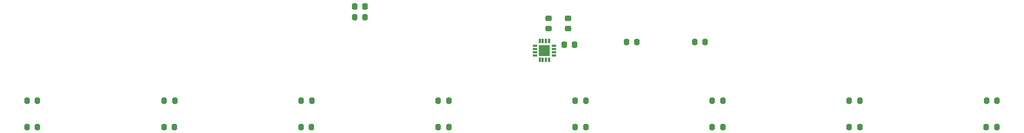
<source format=gbr>
%TF.GenerationSoftware,KiCad,Pcbnew,8.0.4*%
%TF.CreationDate,2025-01-27T21:26:07+00:00*%
%TF.ProjectId,Line Follower,4c696e65-2046-46f6-9c6c-6f7765722e6b,rev?*%
%TF.SameCoordinates,Original*%
%TF.FileFunction,Paste,Top*%
%TF.FilePolarity,Positive*%
%FSLAX46Y46*%
G04 Gerber Fmt 4.6, Leading zero omitted, Abs format (unit mm)*
G04 Created by KiCad (PCBNEW 8.0.4) date 2025-01-27 21:26:07*
%MOMM*%
%LPD*%
G01*
G04 APERTURE LIST*
G04 Aperture macros list*
%AMRoundRect*
0 Rectangle with rounded corners*
0 $1 Rounding radius*
0 $2 $3 $4 $5 $6 $7 $8 $9 X,Y pos of 4 corners*
0 Add a 4 corners polygon primitive as box body*
4,1,4,$2,$3,$4,$5,$6,$7,$8,$9,$2,$3,0*
0 Add four circle primitives for the rounded corners*
1,1,$1+$1,$2,$3*
1,1,$1+$1,$4,$5*
1,1,$1+$1,$6,$7*
1,1,$1+$1,$8,$9*
0 Add four rect primitives between the rounded corners*
20,1,$1+$1,$2,$3,$4,$5,0*
20,1,$1+$1,$4,$5,$6,$7,0*
20,1,$1+$1,$6,$7,$8,$9,0*
20,1,$1+$1,$8,$9,$2,$3,0*%
G04 Aperture macros list end*
%ADD10RoundRect,0.200000X0.200000X0.275000X-0.200000X0.275000X-0.200000X-0.275000X0.200000X-0.275000X0*%
%ADD11RoundRect,0.218750X-0.218750X-0.256250X0.218750X-0.256250X0.218750X0.256250X-0.218750X0.256250X0*%
%ADD12RoundRect,0.225000X0.250000X-0.225000X0.250000X0.225000X-0.250000X0.225000X-0.250000X-0.225000X0*%
%ADD13R,0.300000X0.800000*%
%ADD14R,0.800000X0.300000*%
%ADD15R,1.760000X1.760000*%
%ADD16RoundRect,0.200000X-0.200000X-0.275000X0.200000X-0.275000X0.200000X0.275000X-0.200000X0.275000X0*%
%ADD17RoundRect,0.225000X-0.225000X-0.250000X0.225000X-0.250000X0.225000X0.250000X-0.225000X0.250000X0*%
G04 APERTURE END LIST*
D10*
%TO.C,R17*%
X132262500Y-79600000D03*
X130612500Y-79600000D03*
%TD*%
D11*
%TO.C,D1*%
X130650000Y-77850000D03*
X132225000Y-77850000D03*
%TD*%
D10*
%TO.C,R13*%
X209619997Y-92700000D03*
X207969997Y-92700000D03*
%TD*%
D12*
%TO.C,C1*%
X160900000Y-81325000D03*
X160900000Y-79775000D03*
%TD*%
D10*
%TO.C,R7*%
X145334284Y-92700000D03*
X143684284Y-92700000D03*
%TD*%
%TO.C,R12*%
X188177142Y-96800000D03*
X186527142Y-96800000D03*
%TD*%
D13*
%TO.C,U1*%
X159550000Y-86300000D03*
X160050000Y-86300000D03*
X160550000Y-86300000D03*
X161050000Y-86300000D03*
D14*
X161800000Y-85550000D03*
X161800000Y-85050000D03*
X161800000Y-84550000D03*
X161800000Y-84050000D03*
D13*
X161050000Y-83300000D03*
X160550000Y-83300000D03*
X160050000Y-83300000D03*
X159550000Y-83300000D03*
D14*
X158800000Y-84050000D03*
X158800000Y-84550000D03*
X158800000Y-85050000D03*
X158800000Y-85550000D03*
D15*
X160300000Y-84800000D03*
%TD*%
D12*
%TO.C,C3*%
X164000000Y-81325000D03*
X164000000Y-79775000D03*
%TD*%
D16*
%TO.C,R18*%
X174775000Y-83450000D03*
X173125000Y-83450000D03*
%TD*%
D10*
%TO.C,R5*%
X123905713Y-92700000D03*
X122255713Y-92700000D03*
%TD*%
%TO.C,R1*%
X81048571Y-92700000D03*
X79398571Y-92700000D03*
%TD*%
D16*
%TO.C,R19*%
X185425000Y-83450000D03*
X183775000Y-83450000D03*
%TD*%
D10*
%TO.C,R10*%
X166748571Y-96800000D03*
X165098571Y-96800000D03*
%TD*%
%TO.C,R9*%
X166762855Y-92700000D03*
X165112855Y-92700000D03*
%TD*%
%TO.C,R11*%
X188191426Y-92700000D03*
X186541426Y-92700000D03*
%TD*%
%TO.C,R15*%
X231048571Y-92700000D03*
X229398571Y-92700000D03*
%TD*%
%TO.C,R3*%
X102477142Y-92700000D03*
X100827142Y-92700000D03*
%TD*%
%TO.C,R2*%
X81034287Y-96800000D03*
X79384287Y-96800000D03*
%TD*%
D17*
%TO.C,C2*%
X163425000Y-83850000D03*
X164975000Y-83850000D03*
%TD*%
D10*
%TO.C,R14*%
X209605713Y-96800000D03*
X207955713Y-96800000D03*
%TD*%
%TO.C,R16*%
X231034287Y-96800000D03*
X229384287Y-96800000D03*
%TD*%
%TO.C,R6*%
X123891429Y-96800000D03*
X122241429Y-96800000D03*
%TD*%
%TO.C,R8*%
X145320000Y-96800000D03*
X143670000Y-96800000D03*
%TD*%
%TO.C,R4*%
X102462858Y-96800000D03*
X100812858Y-96800000D03*
%TD*%
M02*

</source>
